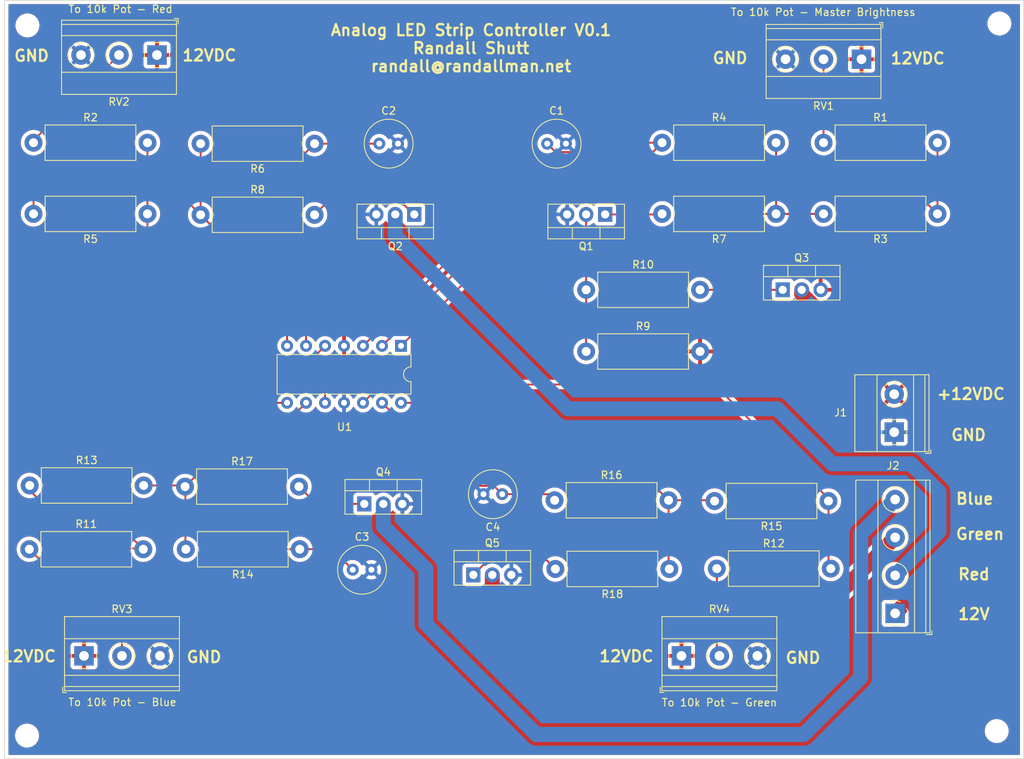
<source format=kicad_pcb>
(kicad_pcb (version 20211014) (generator pcbnew)
  (layers (0 "F.Cu" signal) (31 "B.Cu" signal) (34 "B.Paste" user) (35 "F.Paste" user) (36 "B.SilkS" user "B.Silkscreen") (37 "F.SilkS" user "F.Silkscreen") (38 "B.Mask" user) (39 "F.Mask" user) (44 "Edge.Cuts" user))
  (net 0 "")
  (net 1 "Net-(C1-Pad1)")
  (net 2 "GND")
  (net 3 "Net-(C2-Pad1)")
  (net 4 "Net-(C3-Pad1)")
  (net 5 "Net-(C4-Pad1)")
  (net 6 "+12V")
  (net 7 "Net-(J2-Pad1)")
  (net 8 "Net-(J2-Pad2)")
  (net 9 "Net-(J2-Pad3)")
  (net 10 "Net-(J2-Pad4)")
  (net 11 "Net-(Q1-Pad1)")
  (net 12 "Net-(Q1-Pad2)")
  (net 13 "Net-(Q2-Pad1)")
  (net 14 "Net-(Q3-Pad1)")
  (net 15 "Net-(Q4-Pad1)")
  (net 16 "Net-(Q5-Pad1)")
  (net 17 "Net-(R1-Pad1)")
  (net 18 "Net-(R1-Pad2)")
  (net 19 "Net-(R2-Pad1)")
  (net 20 "Net-(R2-Pad2)")
  (net 21 "Net-(R3-Pad2)")
  (net 22 "Net-(R5-Pad2)")
  (net 23 "Net-(R11-Pad1)")
  (net 24 "Net-(R11-Pad2)")
  (net 25 "Net-(R12-Pad1)")
  (net 26 "Net-(R12-Pad2)")
  (net 27 "Net-(R13-Pad2)")
  (net 28 "Net-(R15-Pad2)")
  (footprint "MountingHole:MountingHole_2.2mm_M2" (layer "F.Cu") (at 121.2596 54.2796)
    (fp_text reference "H2" hide)
    (fp_text value "MountingHole" hide)
    (pad "" np_thru_hole circle locked (at 0 0) (size 2.2 2.2) (drill 2.2) (layers *.Cu *.Mask))
  )
  (footprint "Resistor_THT:R_Axial_DIN0414_L11.9mm_D4.5mm_P15.24mm_Horizontal" (layer "F.Cu") (at 121.5136 124.3836)
    (fp_text reference "R11" (at 7.62 -3.37) (layer "F.SilkS"))
    (fp_text value "1k")
    (pad "1" thru_hole circle locked (at 0 0) (size 2.4 2.4) (drill 1.2) (layers *.Cu *.Mask) (net 23 "Net-(R11-Pad1)"))
    (pad "2" thru_hole oval locked (at 15.24 0) (size 2.4 2.4) (drill 1.2) (layers *.Cu *.Mask) (net 24 "Net-(R11-Pad2)"))
  )
  (footprint "Resistor_THT:R_Axial_DIN0414_L11.9mm_D4.5mm_P15.24mm_Horizontal" (layer "F.Cu") (at 191.77 117.8304)
    (fp_text reference "R16" (at 7.62 -3.37) (layer "F.SilkS"))
    (fp_text value "10k")
    (pad "1" thru_hole circle locked (at 0 0) (size 2.4 2.4) (drill 1.2) (layers *.Cu *.Mask) (net 5 "Net-(C4-Pad1)"))
    (pad "2" thru_hole oval locked (at 15.24 0) (size 2.4 2.4) (drill 1.2) (layers *.Cu *.Mask) (net 28 "Net-(R15-Pad2)"))
  )
  (footprint "TerminalBlock_Phoenix:TerminalBlock_Phoenix_MKDS-1,5-2-5.08_1x02_P5.08mm_Horizontal" (layer "F.Cu") (at 237.1854 108.7168 90)
    (fp_text reference "J1" (at 2.6212 -7.163) (layer "F.SilkS"))
    (fp_text value "Power")
    (pad "1" thru_hole rect locked (at 0 0 90) (size 2.6 2.6) (drill 1.3) (layers *.Cu *.Mask) (net 2 "GND"))
    (pad "2" thru_hole circle locked (at 5.08 0 90) (size 2.6 2.6) (drill 1.3) (layers *.Cu *.Mask) (net 6 "+12V"))
  )
  (footprint "MountingHole:MountingHole_2.2mm_M2" (layer "F.Cu") (at 121.2088 149.3264)
    (fp_text reference "H1" hide)
    (fp_text value "MountingHole" hide)
    (pad "" np_thru_hole circle locked (at 0 0) (size 2.2 2.2) (drill 2.2) (layers *.Cu *.Mask))
  )
  (footprint "TerminalBlock_Phoenix:TerminalBlock_Phoenix_MKDS-1,5-3-5.08_1x03_P5.08mm_Horizontal" (layer "F.Cu") (at 138.5874 58.2418 180)
    (fp_text reference "RV2" (at 5.08 -6.26) (layer "F.SilkS"))
    (fp_text value "To 10k Pot - Red" (at 4.8818 6.1466) (layer "F.SilkS"))
    (pad "1" thru_hole rect locked (at 0 0 180) (size 2.6 2.6) (drill 1.3) (layers *.Cu *.Mask) (net 6 "+12V"))
    (pad "2" thru_hole circle locked (at 5.08 0 180) (size 2.6 2.6) (drill 1.3) (layers *.Cu *.Mask) (net 19 "Net-(R2-Pad1)"))
    (pad "3" thru_hole circle locked (at 10.16 0 180) (size 2.6 2.6) (drill 1.3) (layers *.Cu *.Mask) (net 2 "GND"))
  )
  (footprint "Capacitor_THT:C_Radial_D6.3mm_H5.0mm_P2.50mm" (layer "F.Cu") (at 190.7794 70.1038)
    (fp_text reference "C1" (at 1.25 -4.4) (layer "F.SilkS"))
    (fp_text value "0.1uF")
    (pad "1" thru_hole circle locked (at 0 0) (size 1.6 1.6) (drill 0.8) (layers *.Cu *.Mask) (net 1 "Net-(C1-Pad1)"))
    (pad "2" thru_hole circle locked (at 2.5 0) (size 1.6 1.6) (drill 0.8) (layers *.Cu *.Mask) (net 2 "GND"))
  )
  (footprint "MountingHole:MountingHole_2.2mm_M2" (layer "F.Cu") (at 250.9012 148.7168)
    (fp_text reference "H4" hide)
    (fp_text value "MountingHole" hide)
    (pad "" np_thru_hole circle locked (at 0 0) (size 2.2 2.2) (drill 2.2) (layers *.Cu *.Mask))
  )
  (footprint "Resistor_THT:R_Axial_DIN0414_L11.9mm_D4.5mm_P15.24mm_Horizontal" (layer "F.Cu") (at 137.3124 79.5018 180)
    (fp_text reference "R5" (at 7.62 -3.37) (layer "F.SilkS"))
    (fp_text value "47k")
    (pad "1" thru_hole circle locked (at 0 0 180) (size 2.4 2.4) (drill 1.2) (layers *.Cu *.Mask) (net 20 "Net-(R2-Pad2)"))
    (pad "2" thru_hole oval locked (at 15.24 0 180) (size 2.4 2.4) (drill 1.2) (layers *.Cu *.Mask) (net 22 "Net-(R5-Pad2)"))
  )
  (footprint "Resistor_THT:R_Axial_DIN0414_L11.9mm_D4.5mm_P15.24mm_Horizontal" (layer "F.Cu") (at 157.6832 124.3836 180)
    (fp_text reference "R14" (at 7.62 -3.37) (layer "F.SilkS"))
    (fp_text value "10k")
    (pad "1" thru_hole circle locked (at 0 0 180) (size 2.4 2.4) (drill 1.2) (layers *.Cu *.Mask) (net 4 "Net-(C3-Pad1)"))
    (pad "2" thru_hole oval locked (at 15.24 0 180) (size 2.4 2.4) (drill 1.2) (layers *.Cu *.Mask) (net 27 "Net-(R13-Pad2)"))
  )
  (footprint "Resistor_THT:R_Axial_DIN0414_L11.9mm_D4.5mm_P15.24mm_Horizontal" (layer "F.Cu") (at 221.3864 79.5018 180)
    (fp_text reference "R7" (at 7.62 -3.37) (layer "F.SilkS"))
    (fp_text value "330")
    (pad "1" thru_hole circle locked (at 0 0 180) (size 2.4 2.4) (drill 1.2) (layers *.Cu *.Mask) (net 21 "Net-(R3-Pad2)"))
    (pad "2" thru_hole oval locked (at 15.24 0 180) (size 2.4 2.4) (drill 1.2) (layers *.Cu *.Mask) (net 11 "Net-(Q1-Pad1)"))
  )
  (footprint "Resistor_THT:R_Axial_DIN0414_L11.9mm_D4.5mm_P15.24mm_Horizontal" (layer "F.Cu") (at 213.4616 126.9744)
    (fp_text reference "R12" (at 7.62 -3.37) (layer "F.SilkS"))
    (fp_text value "1k")
    (pad "1" thru_hole circle locked (at 0 0) (size 2.4 2.4) (drill 1.2) (layers *.Cu *.Mask) (net 25 "Net-(R12-Pad1)"))
    (pad "2" thru_hole oval locked (at 15.24 0) (size 2.4 2.4) (drill 1.2) (layers *.Cu *.Mask) (net 26 "Net-(R12-Pad2)"))
  )
  (footprint "Resistor_THT:R_Axial_DIN0414_L11.9mm_D4.5mm_P15.24mm_Horizontal" (layer "F.Cu") (at 228.3968 117.932 180)
    (fp_text reference "R15" (at 7.62 -3.37) (layer "F.SilkS"))
    (fp_text value "47k")
    (pad "1" thru_hole circle locked (at 0 0 180) (size 2.4 2.4) (drill 1.2) (layers *.Cu *.Mask) (net 26 "Net-(R12-Pad2)"))
    (pad "2" thru_hole oval locked (at 15.24 0 180) (size 2.4 2.4) (drill 1.2) (layers *.Cu *.Mask) (net 28 "Net-(R15-Pad2)"))
  )
  (footprint "Resistor_THT:R_Axial_DIN0414_L11.9mm_D4.5mm_P15.24mm_Horizontal" (layer "F.Cu") (at 144.4244 79.6288)
    (fp_text reference "R8" (at 7.62 -3.37) (layer "F.SilkS"))
    (fp_text value "330")
    (pad "1" thru_hole circle locked (at 0 0) (size 2.4 2.4) (drill 1.2) (layers *.Cu *.Mask) (net 22 "Net-(R5-Pad2)"))
    (pad "2" thru_hole oval locked (at 15.24 0) (size 2.4 2.4) (drill 1.2) (layers *.Cu *.Mask) (net 13 "Net-(Q2-Pad1)"))
  )
  (footprint "MountingHole:MountingHole_2.2mm_M2" (layer "F.Cu") (at 251.2568 54.0256)
    (fp_text reference "H3" hide)
    (fp_text value "MountingHole" hide)
    (pad "" np_thru_hole circle locked (at 0 0) (size 2.2 2.2) (drill 2.2) (layers *.Cu *.Mask))
  )
  (footprint "Resistor_THT:R_Axial_DIN0414_L11.9mm_D4.5mm_P15.24mm_Horizontal" (layer "F.Cu") (at 207.1116 127.0252 180)
    (fp_text reference "R18" (at 7.62 -3.37) (layer "F.SilkS"))
    (fp_text value "330")
    (pad "1" thru_hole circle locked (at 0 0 180) (size 2.4 2.4) (drill 1.2) (layers *.Cu *.Mask) (net 28 "Net-(R15-Pad2)"))
    (pad "2" thru_hole oval locked (at 15.24 0 180) (size 2.4 2.4) (drill 1.2) (layers *.Cu *.Mask) (net 16 "Net-(Q5-Pad1)"))
  )
  (footprint "Capacitor_THT:C_Radial_D6.3mm_H5.0mm_P2.50mm" (layer "F.Cu") (at 168.3204 70.1038)
    (fp_text reference "C2" (at 1.25 -4.4) (layer "F.SilkS"))
    (fp_text value "0.1uF")
    (pad "1" thru_hole circle locked (at 0 0) (size 1.6 1.6) (drill 0.8) (layers *.Cu *.Mask) (net 3 "Net-(C2-Pad1)"))
    (pad "2" thru_hole circle locked (at 2.5 0) (size 1.6 1.6) (drill 0.8) (layers *.Cu *.Mask) (net 2 "GND"))
  )
  (footprint "TerminalBlock_Phoenix:TerminalBlock_Phoenix_MKDS-1,5-3-5.08_1x03_P5.08mm_Horizontal" (layer "F.Cu") (at 232.8164 58.8008 180)
    (fp_text reference "RV1" (at 5.08 -6.26) (layer "F.SilkS"))
    (fp_text value "To 10k Pot - Master Brightness" (at 5.1308 6.2992) (layer "F.SilkS"))
    (pad "1" thru_hole rect locked (at 0 0 180) (size 2.6 2.6) (drill 1.3) (layers *.Cu *.Mask) (net 6 "+12V"))
    (pad "2" thru_hole circle locked (at 5.08 0 180) (size 2.6 2.6) (drill 1.3) (layers *.Cu *.Mask) (net 17 "Net-(R1-Pad1)"))
    (pad "3" thru_hole circle locked (at 10.16 0 180) (size 2.6 2.6) (drill 1.3) (layers *.Cu *.Mask) (net 2 "GND"))
  )
  (footprint "Resistor_THT:R_Axial_DIN0414_L11.9mm_D4.5mm_P15.24mm_Horizontal" (layer "F.Cu") (at 122.0724 69.9768)
    (fp_text reference "R2" (at 7.62 -3.37) (layer "F.SilkS"))
    (fp_text value "1k")
    (pad "1" thru_hole circle locked (at 0 0) (size 2.4 2.4) (drill 1.2) (layers *.Cu *.Mask) (net 19 "Net-(R2-Pad1)"))
    (pad "2" thru_hole oval locked (at 15.24 0) (size 2.4 2.4) (drill 1.2) (layers *.Cu *.Mask) (net 20 "Net-(R2-Pad2)"))
  )
  (footprint "Package_TO_SOT_THT:TO-220-3_Vertical" (layer "F.Cu") (at 172.9994 79.5728 180)
    (fp_text reference "Q2" (at 2.54 -4.27) (layer "F.SilkS"))
    (fp_text value "IRLB8721")
    (pad "1" thru_hole rect locked (at 0 0 180) (size 1.905 2) (drill 1.1) (layers *.Cu *.Mask) (net 13 "Net-(Q2-Pad1)"))
    (pad "2" thru_hole oval locked (at 2.54 0 180) (size 1.905 2) (drill 1.1) (layers *.Cu *.Mask) (net 8 "Net-(J2-Pad2)"))
    (pad "3" thru_hole oval locked (at 5.08 0 180) (size 1.905 2) (drill 1.1) (layers *.Cu *.Mask) (net 2 "GND"))
  )
  (footprint "Resistor_THT:R_Axial_DIN0414_L11.9mm_D4.5mm_P15.24mm_Horizontal" (layer "F.Cu") (at 195.9864 89.6618)
    (fp_text reference "R10" (at 7.62 -3.37) (layer "F.SilkS"))
    (fp_text value "330")
    (pad "1" thru_hole circle locked (at 0 0) (size 2.4 2.4) (drill 1.2) (layers *.Cu *.Mask) (net 12 "Net-(Q1-Pad2)"))
    (pad "2" thru_hole oval locked (at 15.24 0) (size 2.4 2.4) (drill 1.2) (layers *.Cu *.Mask) (net 14 "Net-(Q3-Pad1)"))
  )
  (footprint "Resistor_THT:R_Axial_DIN0414_L11.9mm_D4.5mm_P15.24mm_Horizontal" (layer "F.Cu") (at 227.7364 69.9768)
    (fp_text reference "R1" (at 7.62 -3.37) (layer "F.SilkS"))
    (fp_text value "1k")
    (pad "1" thru_hole circle locked (at 0 0) (size 2.4 2.4) (drill 1.2) (layers *.Cu *.Mask) (net 17 "Net-(R1-Pad1)"))
    (pad "2" thru_hole oval locked (at 15.24 0) (size 2.4 2.4) (drill 1.2) (layers *.Cu *.Mask) (net 18 "Net-(R1-Pad2)"))
  )
  (footprint "Capacitor_THT:C_Radial_D6.3mm_H5.0mm_P2.50mm" (layer "F.Cu") (at 184.7596 117.0176 180)
    (fp_text reference "C4" (at 1.25 -4.4) (layer "F.SilkS"))
    (fp_text value "0.1uF")
    (pad "1" thru_hole circle locked (at 0 0 180) (size 1.6 1.6) (drill 0.8) (layers *.Cu *.Mask) (net 5 "Net-(C4-Pad1)"))
    (pad "2" thru_hole circle locked (at 2.5 0 180) (size 1.6 1.6) (drill 0.8) (layers *.Cu *.Mask) (net 2 "GND"))
  )
  (footprint "Resistor_THT:R_Axial_DIN0414_L11.9mm_D4.5mm_P15.24mm_Horizontal" (layer "F.Cu") (at 142.3416 116.0016)
    (fp_text reference "R17" (at 7.62 -3.37) (layer "F.SilkS"))
    (fp_text value "330")
    (pad "1" thru_hole circle locked (at 0 0) (size 2.4 2.4) (drill 1.2) (layers *.Cu *.Mask) (net 27 "Net-(R13-Pad2)"))
    (pad "2" thru_hole oval locked (at 15.24 0) (size 2.4 2.4) (drill 1.2) (layers *.Cu *.Mask) (net 15 "Net-(Q4-Pad1)"))
  )
  (footprint "Package_TO_SOT_THT:TO-220-3_Vertical" (layer "F.Cu") (at 198.5264 79.5728 180)
    (fp_text reference "Q1" (at 2.54 -4.27) (layer "F.SilkS"))
    (fp_text value "IRLB8721")
    (pad "1" thru_hole rect locked (at 0 0 180) (size 1.905 2) (drill 1.1) (layers *.Cu *.Mask) (net 11 "Net-(Q1-Pad1)"))
    (pad "2" thru_hole oval locked (at 2.54 0 180) (size 1.905 2) (drill 1.1) (layers *.Cu *.Mask) (net 12 "Net-(Q1-Pad2)"))
    (pad "3" thru_hole oval locked (at 5.08 0 180) (size 1.905 2) (drill 1.1) (layers *.Cu *.Mask) (net 2 "GND"))
  )
  (footprint "Resistor_THT:R_Axial_DIN0414_L11.9mm_D4.5mm_P15.24mm_Horizontal" (layer "F.Cu") (at 159.6644 70.1038 180)
    (fp_text reference "R6" (at 7.62 -3.37) (layer "F.SilkS"))
    (fp_text value "10k")
    (pad "1" thru_hole circle locked (at 0 0 180) (size 2.4 2.4) (drill 1.2) (layers *.Cu *.Mask) (net 3 "Net-(C2-Pad1)"))
    (pad "2" thru_hole oval locked (at 15.24 0 180) (size 2.4 2.4) (drill 1.2) (layers *.Cu *.Mask) (net 22 "Net-(R5-Pad2)"))
  )
  (footprint "Capacitor_THT:C_Radial_D6.3mm_H5.0mm_P2.50mm" (layer "F.Cu") (at 164.7644 127.1268)
    (fp_text reference "C3" (at 1.25 -4.4) (layer "F.SilkS"))
    (fp_text value "0.1uF")
    (pad "1" thru_hole circle locked (at 0 0) (size 1.6 1.6) (drill 0.8) (layers *.Cu *.Mask) (net 4 "Net-(C3-Pad1)"))
    (pad "2" thru_hole circle locked (at 2.5 0) (size 1.6 1.6) (drill 0.8) (layers *.Cu *.Mask) (net 2 "GND"))
  )
  (footprint "Resistor_THT:R_Axial_DIN0414_L11.9mm_D4.5mm_P15.24mm_Horizontal" (layer "F.Cu") (at 206.1464 69.9768)
    (fp_text reference "R4" (at 7.62 -3.37) (layer "F.SilkS"))
    (fp_text value "10k")
    (pad "1" thru_hole circle locked (at 0 0) (size 2.4 2.4) (drill 1.2) (layers *.Cu *.Mask) (net 1 "Net-(C1-Pad1)"))
    (pad "2" thru_hole oval locked (at 15.24 0) (size 2.4 2.4) (drill 1.2) (layers *.Cu *.Mask) (net 21 "Net-(R3-Pad2)"))
  )
  (footprint "Resistor_THT:R_Axial_DIN0414_L11.9mm_D4.5mm_P15.24mm_Horizontal" (layer "F.Cu") (at 242.9764 79.5018 180)
    (fp_text reference "R3" (at 7.62 -3.37) (layer "F.SilkS"))
    (fp_text value "47k")
    (pad "1" thru_hole circle locked (at 0 0 180) (size 2.4 2.4) (drill 1.2) (layers *.Cu *.Mask) (net 18 "Net-(R1-Pad2)"))
    (pad "2" thru_hole oval locked (at 15.24 0 180) (size 2.4 2.4) (drill 1.2) (layers *.Cu *.Mask) (net 21 "Net-(R3-Pad2)"))
  )
  (footprint "Resistor_THT:R_Axial_DIN0414_L11.9mm_D4.5mm_P15.24mm_Horizontal" (layer "F.Cu") (at 121.5644 115.8492)
    (fp_text reference "R13" (at 7.62 -3.37) (layer "F.SilkS"))
    (fp_text value "47k")
    (pad "1" thru_hole circle locked (at 0 0) (size 2.4 2.4) (drill 1.2) (layers *.Cu *.Mask) (net 24 "Net-(R11-Pad2)"))
    (pad "2" thru_hole oval locked (at 15.24 0) (size 2.4 2.4) (drill 1.2) (layers *.Cu *.Mask) (net 27 "Net-(R13-Pad2)"))
  )
  (footprint "Package_TO_SOT_THT:TO-220-3_Vertical" (layer "F.Cu") (at 180.8988 127.8178)
    (fp_text reference "Q5" (at 2.54 -4.27) (layer "F.SilkS"))
    (fp_text value "IRLB8721")
    (pad "1" thru_hole rect locked (at 0 0) (size 1.905 2) (drill 1.1) (layers *.Cu *.Mask) (net 16 "Net-(Q5-Pad1)"))
    (pad "2" thru_hole oval locked (at 2.54 0) (size 1.905 2) (drill 1.1) (layers *.Cu *.Mask) (net 9 "Net-(J2-Pad3)"))
    (pad "3" thru_hole oval locked (at 5.08 0) (size 1.905 2) (drill 1.1) (layers *.Cu *.Mask) (net 2 "GND"))
  )
  (footprint "TerminalBlock_Phoenix:TerminalBlock_Phoenix_MKDS-1,5-4-5.08_1x04_P5.08mm_Horizontal" (layer "F.Cu") (at 237.3124 132.9688 90)
    (fp_text reference "J2" (at 19.7612 -0.2796 180) (layer "F.SilkS"))
    (fp_text value "To LEDs")
    (pad "1" thru_hole rect locked (at 0 0 90) (size 2.6 2.6) (drill 1.3) (layers *.Cu *.Mask) (net 7 "Net-(J2-Pad1)"))
    (pad "2" thru_hole circle locked (at 5.08 0 90) (size 2.6 2.6) (drill 1.3) (layers *.Cu *.Mask) (net 8 "Net-(J2-Pad2)"))
    (pad "3" thru_hole circle locked (at 10.16 0 90) (size 2.6 2.6) (drill 1.3) (layers *.Cu *.Mask) (net 9 "Net-(J2-Pad3)"))
    (pad "4" thru_hole circle locked (at 15.24 0 90) (size 2.6 2.6) (drill 1.3) (layers *.Cu *.Mask) (net 10 "Net-(J2-Pad4)"))
  )
  (footprint "Package_TO_SOT_THT:TO-220-3_Vertical" (layer "F.Cu") (at 222.2754 89.6618)
    (fp_text reference "Q3" (at 2.54 -4.27) (layer "F.SilkS"))
    (fp_text value "IRF5210L")
    (pad "1" thru_hole rect locked (at 0 0) (size 1.905 2) (drill 1.1) (layers *.Cu *.Mask) (net 14 "Net-(Q3-Pad1)"))
    (pad "2" thru_hole oval locked (at 2.54 0) (size 1.905 2) (drill 1.1) (layers *.Cu *.Mask) (net 7 "Net-(J2-Pad1)"))
    (pad "3" thru_hole oval locked (at 5.08 0) (size 1.905 2) (drill 1.1) (layers *.Cu *.Mask) (net 6 "+12V"))
  )
  (footprint "TerminalBlock_Phoenix:TerminalBlock_Phoenix_MKDS-1,5-3-5.08_1x03_P5.08mm_Horizontal" (layer "F.Cu") (at 128.8238 138.6586)
    (fp_text reference "RV3" (at 5.08 -6.26) (layer "F.SilkS"))
    (fp_text value "To 10k Pot - Blue" (at 5.1358 6.1974) (layer "F.SilkS"))
    (pad "1" thru_hole rect locked (at 0 0) (size 2.6 2.6) (drill 1.3) (layers *.Cu *.Mask) (net 6 "+12V"))
    (pad "2" thru_hole circle locked (at 5.08 0) (size 2.6 2.6) (drill 1.3) (layers *.Cu *.Mask) (net 23 "Net-(R11-Pad1)"))
    (pad "3" thru_hole circle locked (at 10.16 0) (size 2.6 2.6) (drill 1.3) (layers *.Cu *.Mask) (net 2 "GND"))
  )
  (footprint "Resistor_THT:R_Axial_DIN0414_L11.9mm_D4.5mm_P15.24mm_Horizontal" (layer "F.Cu") (at 195.9864 97.9168)
    (fp_text reference "R9" (at 7.62 -3.37) (layer "F.SilkS"))
    (fp_text value "1k")
    (pad "1" thru_hole circle locked (at 0 0) (size 2.4 2.4) (drill 1.2) (layers *.Cu *.Mask) (net 12 "Net-(Q1-Pad2)"))
    (pad "2" thru_hole oval locked (at 15.24 0) (size 2.4 2.4) (drill 1.2) (layers *.Cu *.Mask) (net 6 "+12V"))
  )
  (footprint "Package_DIP:DIP-14_W7.62mm" (layer "F.Cu") (at 171.2264 97.1648 -90)
    (fp_text reference "U1" (at 10.8612 7.5488 180) (layer "F.SilkS"))
    (fp_text value "LM224")
    (pad "1" thru_hole rect locked (at 0 0 270) (size 1.6 1.6) (drill 0.8) (layers *.Cu *.Mask) (net 21 "Net-(R3-Pad2)"))
    (pad "2" thru_hole oval locked (at 0 2.54 270) (size 1.6 1.6) (drill 0.8) (layers *.Cu *.Mask) (net 1 "Net-(C1-Pad1)"))
    (pad "3" thru_hole oval locked (at 0 5.08 270) (size 1.6 1.6) (drill 0.8) (layers *.Cu *.Mask) (net 18 "Net-(R1-Pad2)"))
    (pad "4" thru_hole oval locked (at 0 7.62 270) (size 1.6 1.6) (drill 0.8) (layers *.Cu *.Mask) (net 6 "+12V"))
    (pad "5" thru_hole oval locked (at 0 10.16 270) (size 1.6 1.6) (drill 0.8) (layers *.Cu *.Mask) (net 20 "Net-(R2-Pad2)"))
    (pad "6" thru_hole oval locked (at 0 12.7 270) (size 1.6 1.6) (drill 0.8) (layers *.Cu *.Mask) (net 3 "Net-(C2-Pad1)"))
    (pad "7" thru_hole oval locked (at 0 15.24 270) (size 1.6 1.6) (drill 0.8) (layers *.Cu *.Mask) (net 22 "Net-(R5-Pad2)"))
    (pad "8" thru_hole oval locked (at 7.62 15.24 270) (size 1.6 1.6) (drill 0.8) (layers *.Cu *.Mask) (net 27 "Net-(R13-Pad2)"))
    (pad "9" thru_hole oval locked (at 7.62 12.7 270) (size 1.6 1.6) (drill 0.8) (layers *.Cu *.Mask) (net 4 "Net-(C3-Pad1)"))
    (pad "10" thru_hole oval locked (at 7.62 10.16 270) (size 1.6 1.6) (drill 0.8) (layers *.Cu *.Mask) (net 24 "Net-(R11-Pad2)"))
    (pad "11" thru_hole oval locked (at 7.62 7.62 270) (size 1.6 1.6) (drill 0.8) (layers *.Cu *.Mask) (net 2 "GND"))
    (pad "12" thru_hole oval locked (at 7.62 5.08 270) (size 1.6 1.6) (drill 0.8) (layers *.Cu *.Mask) (net 26 "Net-(R12-Pad2)"))
    (pad "13" thru_hole oval locked (at 7.62 2.54 270) (size 1.6 1.6) (drill 0.8) (layers *.Cu *.Mask) (net 5 "Net-(C4-Pad1)"))
    (pad "14" thru_hole oval locked (at 7.62 0 270) (size 1.6 1.6) (drill 0.8) (layers *.Cu *.Mask) (net 28 "Net-(R15-Pad2)"))
  )
  (footprint "Package_TO_SOT_THT:TO-220-3_Vertical" (layer "F.Cu") (at 166.3192 118.3182)
    (fp_text reference "Q4" (at 2.54 -4.27) (layer "F.SilkS"))
    (fp_text value "IRLB8721")
    (pad "1" thru_hole rect locked (at 0 0) (size 1.905 2) (drill 1.1) (layers *.Cu *.Mask) (net 15 "Net-(Q4-Pad1)"))
    (pad "2" thru_hole oval locked (at 2.54 0) (size 1.905 2) (drill 1.1) (layers *.Cu *.Mask) (net 10 "Net-(J2-Pad4)"))
    (pad "3" thru_hole oval locked (at 5.08 0) (size 1.905 2) (drill 1.1) (layers *.Cu *.Mask) (net 2 "GND"))
  )
  (footprint "TerminalBlock_Phoenix:TerminalBlock_Phoenix_MKDS-1,5-3-5.08_1x03_P5.08mm_Horizontal" (layer "F.Cu") (at 208.7322 138.6586)
    (fp_text reference "RV4" (at 5.08 -6.26) (layer "F.SilkS"))
    (fp_text value "To 10k Pot - Green" (at 5.08 6.2482) (layer "F.SilkS"))
    (pad "1" thru_hole rect locked (at 0 0) (size 2.6 2.6) (drill 1.3) (layers *.Cu *.Mask) (net 6 "+12V"))
    (pad "2" thru_hole circle locked (at 5.08 0) (size 2.6 2.6) (drill 1.3) (layers *.Cu *.Mask) (net 25 "Net-(R12-Pad1)"))
    (pad "3" thru_hole circle locked (at 10.16 0) (size 2.6 2.6) (drill 1.3) (layers *.Cu *.Mask) (net 2 "GND"))
  )
  (gr_rect (start 254.508 50.9268) (end 118.2116 152.4252) (layer "Edge.Cuts") (width 0.1) (fill none))
  (gr_text "GND" (at 144.8816 138.8108) (layer "F.SilkS") (effects (font (size 1.5 1.5) (thickness 0.3))))
  (gr_text "Green" (at 248.666 122.3516) (layer "F.SilkS") (effects (font (size 1.5 1.5) (thickness 0.3))))
  (gr_text "GND" (at 121.8184 58.3436) (layer "F.SilkS") (effects (font (size 1.5 1.5) (thickness 0.3))))
  (gr_text "GND" (at 247.142 109.0928) (layer "F.SilkS") (effects (font (size 1.5 1.5) (thickness 0.3))))
  (gr_text "12V" (at 247.8532 133.0704) (layer "F.SilkS") (effects (font (size 1.5 1.5) (thickness 0.3))))
  (gr_text "GND" (at 224.9932 138.9124) (layer "F.SilkS") (effects (font (size 1.5 1.5) (thickness 0.3))))
  (gr_text "Analog LED Strip Controller V0.1\nRandall Shutt\nrandall@randallman.net" (at 180.594 57.3276) (layer "F.SilkS") (effects (font (size 1.5 1.5) (thickness 0.3))))
  (gr_text "12VDC" (at 145.5928 58.2928) (layer "F.SilkS") (effects (font (size 1.5 1.5) (thickness 0.3))))
  (gr_text "Blue" (at 247.9548 117.6272) (layer "F.SilkS") (effects (font (size 1.5 1.5) (thickness 0.3))))
  (gr_text "Red" (at 247.8532 127.7364) (layer "F.SilkS") (effects (font (size 1.5 1.5) (thickness 0.3))))
  (gr_text "+12VDC" (at 247.4468 103.6064) (layer "F.SilkS") (effects (font (size 1.5 1.5) (thickness 0.3))))
  (gr_text "12VDC" (at 121.4628 138.7092) (layer "F.SilkS") (effects (font (size 1.5 1.5) (thickness 0.3))))
  (gr_text "12VDC" (at 240.3348 58.6992) (layer "F.SilkS") (effects (font (size 1.5 1.5) (thickness 0.3))))
  (gr_text "GND" (at 215.2396 58.6484) (layer "F.SilkS") (effects (font (size 1.5 1.5) (thickness 0.3))))
  (gr_text "12VDC" (at 201.3712 138.7092) (layer "F.SilkS") (effects (font (size 1.5 1.5) (thickness 0.3))))
  (segment (start 177.3884 88.4478) (end 190.1444 75.6918) (width 0.25) (layer "F.Cu") (net 1))
  (segment (start 190.1444 75.6918) (end 200.4314 75.6918) (width 0.25) (layer "F.Cu") (net 1))
  (segment (start 202.9968 69.926) (end 203.0476 69.9768) (width 0.25) (layer "F.Cu") (net 1))
  (segment (start 177.3884 88.4628) (end 177.3884 88.4478) (width 0.25) (layer "F.Cu") (net 1))
  (segment (start 203.0476 69.9768) (end 206.1464 69.9768) (width 0.25) (layer "F.Cu") (net 1))
  (segment (start 190.7794 70.1038) (end 191.903911 71.228311) (width 0.25) (layer "F.Cu") (net 1))
  (segment (start 200.4314 75.6918) (end 206.1464 69.9768) (width 0.25) (layer "F.Cu") (net 1))
  (segment (start 201.694489 71.228311) (end 202.9968 69.926) (width 0.25) (layer "F.Cu") (net 1))
  (segment (start 168.6864 97.1648) (end 177.3884 88.4628) (width 0.25) (layer "F.Cu") (net 1))
  (segment (start 191.903911 71.228311) (end 201.694489 71.228311) (width 0.25) (layer "F.Cu") (net 1))
  (segment (start 186.0804 127.0252) (end 185.9788 127.1268) (width 0.25) (layer "F.Cu") (net 2))
  (segment (start 168.3204 70.1038) (end 159.6644 70.1038) (width 0.25) (layer "F.Cu") (net 3))
  (segment (start 158.5264 90.5558) (end 158.5264 97.1648) (width 0.25) (layer "F.Cu") (net 3))
  (segment (start 159.6644 70.1038) (end 156.3624 73.4058) (width 0.25) (layer "F.Cu") (net 3))
  (segment (start 156.3624 88.3918) (end 158.5264 90.5558) (width 0.25) (layer "F.Cu") (net 3))
  (segment (start 156.3624 73.4058) (end 156.3624 88.3918) (width 0.25) (layer "F.Cu") (net 3))
  (segment (start 153.162 121.6912) (end 155.8544 124.3836) (width 0.25) (layer "F.Cu") (net 4))
  (segment (start 153.162 110.1492) (end 158.5264 104.7848) (width 0.25) (layer "F.Cu") (net 4))
  (segment (start 155.8544 124.3836) (end 157.6832 124.3836) (width 0.25) (layer "F.Cu") (net 4))
  (segment (start 162.0212 124.3836) (end 164.7644 127.1268) (width 0.25) (layer "F.Cu") (net 4))
  (segment (start 157.6832 124.3836) (end 162.0212 124.3836) (width 0.25) (layer "F.Cu") (net 4))
  (segment (start 153.162 121.6912) (end 153.162 110.1492) (width 0.25) (layer "F.Cu") (net 4))
  (segment (start 190.9572 117.0176) (end 191.77 117.8304) (width 0.25) (layer "F.Cu") (net 5))
  (segment (start 183.635089 115.893089) (end 179.794689 115.893089) (width 0.25) (layer "F.Cu") (net 5))
  (segment (start 184.7596 117.0176) (end 183.635089 115.893089) (width 0.25) (layer "F.Cu") (net 5))
  (segment (start 179.794689 115.893089) (end 168.6864 104.7848) (width 0.25) (layer "F.Cu") (net 5))
  (segment (start 184.7596 117.0176) (end 190.9572 117.0176) (width 0.25) (layer "F.Cu") (net 5))
  (segment (start 232.113085 97.5104) (end 243.332 97.5104) (width 2) (layer "F.Cu") (net 7))
  (segment (start 224.8154 89.6618) (end 224.8154 90.212715) (width 2) (layer "F.Cu") (net 7))
  (segment (start 243.332 97.5104) (end 248.5644 102.7428) (width 2) (layer "F.Cu") (net 7))
  (segment (start 248.5644 102.7428) (end 248.5644 121.7168) (width 2) (layer "F.Cu") (net 7))
  (segment (start 224.8154 90.212715) (end 232.113085 97.5104) (width 2) (layer "F.Cu") (net 7))
  (segment (start 248.5644 121.7168) (end 237.3124 132.9688) (width 2) (layer "F.Cu") (net 7))
  (segment (start 243.1796 122.0216) (end 243.1796 116.7128) (width 2) (layer "B.Cu") (net 8))
  (segment (start 239.4204 112.9536) (end 228.9048 112.9536) (width 2) (layer "B.Cu") (net 8))
  (segment (start 221.5388 105.5876) (end 193.5692 105.5876) (width 2) (layer "B.Cu") (net 8))
  (segment (start 170.4594 82.4778) (end 193.5692 105.5876) (width 2) (layer "B.Cu") (net 8))
  (segment (start 237.3124 127.8888) (end 243.1796 122.0216) (width 2) (layer "B.Cu") (net 8))
  (segment (start 170.4594 79.5728) (end 170.4594 82.4778) (width 2) (layer "B.Cu") (net 8))
  (segment (start 228.9048 112.9536) (end 221.5388 105.5876) (width 2) (layer "B.Cu") (net 8))
  (segment (start 243.1796 116.7128) (end 239.4204 112.9536) (width 2) (layer "B.Cu") (net 8))
  (segment (start 183.5404 127.1268) (end 183.5404 127.289922) (width 0.25) (layer "F.Cu") (net 9))
  (segment (start 183.4388 127.1268) (end 183.5404 127.1268) (width 0.25) (layer "F.Cu") (net 9))
  (segment (start 183.4388 130.8178) (end 198.0866 145.4656) (width 2) (layer "F.Cu") (net 9))
  (segment (start 228.854 137.998) (end 228.854 131.2672) (width 2) (layer "F.Cu") (net 9))
  (segment (start 198.0866 145.4656) (end 221.3864 145.4656) (width 2) (layer "F.Cu") (net 9))
  (segment (start 183.4388 127.8178) (end 183.4388 130.8178) (width 2) (layer "F.Cu") (net 9))
  (segment (start 221.3864 145.4656) (end 228.854 137.998) (width 2) (layer "F.Cu") (net 9))
  (segment (start 228.854 131.2672) (end 237.3124 122.8088) (width 2) (layer "F.Cu") (net 9))
  (segment (start 168.8592 118.3182) (end 168.8592 121.3182) (width 2) (layer "B.Cu") (net 10))
  (segment (start 168.8592 121.3182) (end 174.5488 127.0078) (width 2) (layer "B.Cu") (net 10))
  (segment (start 232.7148 141.554) (end 232.7148 122.3264) (width 2) (layer "B.Cu") (net 10))
  (segment (start 232.7148 122.3264) (end 237.3124 117.7288) (width 2) (layer "B.Cu") (net 10))
  (segment (start 225.0948 149.174) (end 232.7148 141.554) (width 2) (layer "B.Cu") (net 10))
  (segment (start 189.3316 149.174) (end 225.0948 149.174) (width 2) (layer "B.Cu") (net 10))
  (segment (start 174.5488 134.3912) (end 189.3316 149.174) (width 2) (layer "B.Cu") (net 10))
  (segment (start 174.5488 127.0078) (end 174.5488 134.3912) (width 2) (layer "B.Cu") (net 10))
  (segment (start 206.0754 79.5728) (end 206.1464 79.5018) (width 0.25) (layer "F.Cu") (net 11))
  (segment (start 198.5264 79.5728) (end 206.0754 79.5728) (width 0.25) (layer "F.Cu") (net 11))
  (segment (start 195.9864 89.6618) (end 195.9864 97.9168) (width 0.25) (layer "F.Cu") (net 12))
  (segment (start 195.9864 79.5728) (end 195.9864 89.6618) (width 0.25) (layer "F.Cu") (net 12))
  (segment (start 172.918 79.5728) (end 169.2148 75.8696) (width 0.25) (layer "F.Cu") (net 13))
  (segment (start 172.9994 79.5728) (end 172.918 79.5728) (width 0.25) (layer "F.Cu") (net 13))
  (segment (start 169.2148 75.8696) (end 163.4236 75.8696) (width 0.25) (layer "F.Cu") (net 13))
  (segment (start 163.4236 75.8696) (end 159.6644 79.6288) (width 0.25) (layer "F.Cu") (net 13))
  (segment (start 211.2264 89.6618) (end 222.2754 89.6618) (width 0.25) (layer "F.Cu") (net 14))
  (segment (start 159.8982 118.3182) (end 166.3192 118.3182) (width 0.25) (layer "F.Cu") (net 15))
  (segment (start 157.5816 116.0016) (end 159.8982 118.3182) (width 0.25) (layer "F.Cu") (net 15))
  (segment (start 182.8914 125.8252) (end 190.6716 125.8252) (width 0.25) (layer "F.Cu") (net 16))
  (segment (start 190.6716 125.8252) (end 191.8716 127.0252) (width 0.25) (layer "F.Cu") (net 16))
  (segment (start 180.8988 127.8178) (end 182.8914 125.8252) (width 0.25) (layer "F.Cu") (net 16))
  (segment (start 227.7364 58.8008) (end 227.7364 69.9768) (width 0.25) (layer "F.Cu") (net 17))
  (segment (start 224.1804 72.0088) (end 228.7524 76.5808) (width 0.25) (layer "F.Cu") (net 18))
  (segment (start 228.7524 76.5808) (end 240.0554 76.5808) (width 0.25) (layer "F.Cu") (net 18))
  (segment (start 242.9764 69.9768) (end 242.9764 79.5018) (width 0.25) (layer "F.Cu") (net 18))
  (segment (start 177.5714 78.1048) (end 189.2554 66.4208) (width 0.25) (layer "F.Cu") (net 18))
  (segment (start 166.1464 97.1648) (end 177.5714 85.7398) (width 0.25) (layer "F.Cu") (net 18))
  (segment (start 189.2554 66.4208) (end 223.4184 66.4208) (width 0.25) (layer "F.Cu") (net 18))
  (segment (start 240.0554 76.5808) (end 242.9764 79.5018) (width 0.25) (layer "F.Cu") (net 18))
  (segment (start 223.4184 66.4208) (end 224.1804 67.1828) (width 0.25) (layer "F.Cu") (net 18))
  (segment (start 177.5714 85.7398) (end 177.5714 78.1048) (width 0.25) (layer "F.Cu") (net 18))
  (segment (start 224.1804 67.1828) (end 224.1804 72.0088) (width 0.25) (layer "F.Cu") (net 18))
  (segment (start 122.0724 69.6768) (end 122.0724 69.9768) (width 0.25) (layer "F.Cu") (net 19))
  (segment (start 133.5074 58.2418) (end 122.0724 69.6768) (width 0.25) (layer "F.Cu") (net 19))
  (segment (start 152.1714 99.1868) (end 159.0444 99.1868) (width 0.25) (layer "F.Cu") (net 20))
  (segment (start 137.3124 79.5018) (end 137.3124 84.3278) (width 0.25) (layer "F.Cu") (net 20))
  (segment (start 159.0444 99.1868) (end 161.0664 97.1648) (width 0.25) (layer "F.Cu") (net 20))
  (segment (start 137.3124 69.9768) (end 137.3124 79.5018) (width 0.25) (layer "F.Cu") (net 20))
  (segment (start 137.3124 84.3278) (end 152.1714 99.1868) (width 0.25) (layer "F.Cu") (net 20))
  (segment (start 221.3864 69.9768) (end 221.3864 79.5018) (width 0.25) (layer "F.Cu") (net 21))
  (segment (start 209.1944 79.5018) (end 206.5274 76.8348) (width 0.25) (layer "F.Cu") (net 21))
  (segment (start 191.5564 76.8348) (end 171.2264 97.1648) (width 0.25) (layer "F.Cu") (net 21))
  (segment (start 206.5274 76.8348) (end 191.5564 76.8348) (width 0.25) (layer "F.Cu") (net 21))
  (segment (start 221.3864 79.5018) (end 209.1944 79.5018) (width 0.25) (layer "F.Cu") (net 21))
  (segment (start 227.7364 79.5018) (end 221.3864 79.5018) (width 0.25) (layer "F.Cu") (net 21))
  (segment (start 132.3594 66.6748) (end 122.0724 76.9618) (width 0.25) (layer "F.Cu") (net 22))
  (segment (start 122.0724 76.9618) (end 122.0724 79.5018) (width 0.25) (layer "F.Cu") (net 22))
  (segment (start 140.7414 75.9458) (end 140.7414 68.7068) (width 0.25) (layer "F.Cu") (net 22))
  (segment (start 144.4244 79.6288) (end 140.7414 75.9458) (width 0.25) (layer "F.Cu") (net 22))
  (segment (start 140.7414 68.7068) (end 138.7094 66.6748) (width 0.25) (layer "F.Cu") (net 22))
  (segment (start 138.7094 66.6748) (end 132.3594 66.6748) (width 0.25) (layer "F.Cu") (net 22))
  (segment (start 155.9864 91.1908) (end 155.9864 97.1648) (width 0.25) (layer "F.Cu") (net 22))
  (segment (start 144.4244 70.1038) (end 144.4244 79.6288) (width 0.25) (layer "F.Cu") (net 22))
  (segment (start 144.4244 79.6288) (end 155.9864 91.1908) (width 0.25) (layer "F.Cu") (net 22))
  (segment (start 121.5136 124.3836) (end 133.9038 136.7738) (width 0.25) (layer "F.Cu") (net 23))
  (segment (start 133.9038 136.7738) (end 133.9038 138.6586) (width 0.25) (layer "F.Cu") (net 23))
  (segment (start 129.3368 124.282) (end 121.5136 116.4588) (width 0.25) (layer "F.Cu") (net 24))
  (segment (start 161.0664 103.4336) (end 160.3248 102.692) (width 0.25) (layer "F.Cu") (net 24))
  (segment (start 161.0664 104.7848) (end 161.0664 103.4336) (width 0.25) (layer "F.Cu") (net 24))
  (segment (start 131.8768 115.1888) (end 131.8768 119.5068) (width 0.25) (layer "F.Cu") (net 24))
  (segment (start 160.3248 102.692) (end 144.3736 102.692) (width 0.25) (layer "F.Cu") (net 24))
  (segment (start 136.7536 124.282) (end 129.3368 124.282) (width 0.25) (layer "F.Cu") (net 24))
  (segment (start 144.3736 102.692) (end 131.8768 115.1888) (width 0.25) (layer "F.Cu") (net 24))
  (segment (start 131.8768 119.5068) (end 136.7536 124.3836) (width 0.25) (layer "F.Cu") (net 24))
  (segment (start 213.4616 126.9744) (end 213.4616 138.308) (width 0.25) (layer "F.Cu") (net 25))
  (segment (start 213.4616 138.308) (end 213.8122 138.6586) (width 0.25) (layer "F.Cu") (net 25))
  (segment (start 227.9904 117.932) (end 227.9904 117.194683) (width 0.25) (layer "F.Cu") (net 26))
  (segment (start 228.3968 117.932) (end 227.9904 117.932) (width 0.25) (layer "F.Cu") (net 26))
  (segment (start 214.456006 103.635606) (end 213.1568 102.3364) (width 0.25) (layer "F.Cu") (net 26))
  (segment (start 228.3968 126.6696) (end 228.7016 126.9744) (width 0.25) (layer "F.Cu") (net 26))
  (segment (start 213.1568 102.3364) (end 168.5948 102.3364) (width 0.25) (layer "F.Cu") (net 26))
  (segment (start 227.9904 117.194683) (end 214.456006 103.660289) (width 0.25) (layer "F.Cu") (net 26))
  (segment (start 168.5948 102.3364) (end 166.1464 104.7848) (width 0.25) (layer "F.Cu") (net 26))
  (segment (start 228.3968 117.932) (end 228.3968 126.6696) (width 0.25) (layer "F.Cu") (net 26))
  (segment (start 214.456006 103.660289) (end 214.456006 103.635606) (width 0.25) (layer "F.Cu") (net 26))
  (segment (start 142.3924 115.9) (end 142.3924 124.282) (width 0.25) (layer "F.Cu") (net 27))
  (segment (start 142.3416 116.0016) (end 153.5584 104.7848) (width 0.25) (layer "F.Cu") (net 27))
  (segment (start 153.5584 104.7848) (end 155.9864 104.7848) (width 0.25) (layer "F.Cu") (net 27))
  (segment (start 136.8044 115.8492) (end 142.3416 115.8492) (width 0.25) (layer "F.Cu") (net 27))
  (segment (start 142.3416 115.8492) (end 142.3924 115.9) (width 0.25) (layer "F.Cu") (net 27))
  (segment (start 207.01 117.8304) (end 198.12 108.9404) (width 0.25) (layer "F.Cu") (net 28))
  (segment (start 183.0324 108.9404) (end 178.8768 104.7848) (width 0.25) (layer "F.Cu") (net 28))
  (segment (start 178.8768 104.7848) (end 171.2264 104.7848) (width 0.25) (layer "F.Cu") (net 28))
  (segment (start 198.12 108.9404) (end 183.0324 108.9404) (width 0.25) (layer "F.Cu") (net 28))
  (segment (start 207.01 117.8304) (end 213.0552 117.8304) (width 0.25) (layer "F.Cu") (net 28))
  (segment (start 213.0552 117.8304) (end 213.1568 117.932) (width 0.25) (layer "F.Cu") (net 28))
  (segment (start 207.01 117.8304) (end 207.01 126.9236) (width 0.25) (layer "F.Cu") (net 28))
  (segment (start 207.01 126.9236) (end 207.1116 127.0252) (width 0.25) (layer "F.Cu") (net 28))
  (zone (net 6) (net_name "+12V") (layer "F.Cu") (connect_pads (clearance 0.508)) (min_thickness 0.254) (fill yes (thermal_gap 0.508) (thermal_bridge_width 0.508))
    (polygon (pts (xy 254.508 152.4252) (xy 118.2116 152.4252) (xy 118.2116 50.9268) (xy 254.508 50.9268)))
  )
  (zone (net 2) (net_name "GND") (layer "B.Cu") (connect_pads (clearance 0.508)) (min_thickness 0.254) (fill yes (thermal_gap 0.508) (thermal_bridge_width 0.508))
    (polygon (pts (xy 254.508 152.4252) (xy 118.2116 152.4252) (xy 118.2116 50.9268) (xy 254.508 50.9268)))
  )
)
</source>
